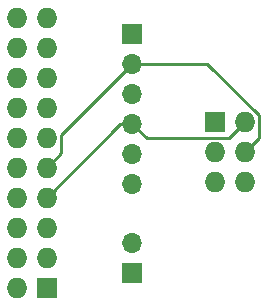
<source format=gbl>
G04 #@! TF.GenerationSoftware,KiCad,Pcbnew,(5.0.1-3-g963ef8bb5)*
G04 #@! TF.CreationDate,2018-11-27T15:22:05+00:00*
G04 #@! TF.ProjectId,jlink-swd-adapter,6A6C696E6B2D7377642D616461707465,rev?*
G04 #@! TF.SameCoordinates,Original*
G04 #@! TF.FileFunction,Copper,L2,Bot,Signal*
G04 #@! TF.FilePolarity,Positive*
%FSLAX46Y46*%
G04 Gerber Fmt 4.6, Leading zero omitted, Abs format (unit mm)*
G04 Created by KiCad (PCBNEW (5.0.1-3-g963ef8bb5)) date Tuesday, 27 November 2018 at 15:22:05*
%MOMM*%
%LPD*%
G01*
G04 APERTURE LIST*
G04 #@! TA.AperFunction,ComponentPad*
%ADD10R,1.700000X1.700000*%
G04 #@! TD*
G04 #@! TA.AperFunction,ComponentPad*
%ADD11O,1.700000X1.700000*%
G04 #@! TD*
G04 #@! TA.AperFunction,ComponentPad*
%ADD12R,1.727200X1.727200*%
G04 #@! TD*
G04 #@! TA.AperFunction,ComponentPad*
%ADD13O,1.727200X1.727200*%
G04 #@! TD*
G04 #@! TA.AperFunction,Conductor*
%ADD14C,0.250000*%
G04 #@! TD*
G04 APERTURE END LIST*
D10*
G04 #@! TO.P,J2,1*
G04 #@! TO.N,VCC*
X110750000Y-97500000D03*
D11*
G04 #@! TO.P,J2,2*
G04 #@! TO.N,GND*
X110750000Y-94960000D03*
G04 #@! TD*
D10*
G04 #@! TO.P,J4,1*
G04 #@! TO.N,VTREF*
X110750000Y-77250000D03*
D11*
G04 #@! TO.P,J4,2*
G04 #@! TO.N,SWCLK*
X110750000Y-79790000D03*
G04 #@! TO.P,J4,3*
G04 #@! TO.N,GND*
X110750000Y-82330000D03*
G04 #@! TO.P,J4,4*
G04 #@! TO.N,SWDIO*
X110750000Y-84870000D03*
G04 #@! TO.P,J4,5*
G04 #@! TO.N,~RESET*
X110750000Y-87410000D03*
G04 #@! TO.P,J4,6*
G04 #@! TO.N,SWO*
X110750000Y-89950000D03*
G04 #@! TD*
D12*
G04 #@! TO.P,J1,1*
G04 #@! TO.N,VTREF*
X103500000Y-98750000D03*
D13*
G04 #@! TO.P,J1,2*
G04 #@! TO.N,VCC*
X100960000Y-98750000D03*
G04 #@! TO.P,J1,3*
G04 #@! TO.N,Net-(J1-Pad3)*
X103500000Y-96210000D03*
G04 #@! TO.P,J1,4*
G04 #@! TO.N,GND*
X100960000Y-96210000D03*
G04 #@! TO.P,J1,5*
G04 #@! TO.N,Net-(J1-Pad5)*
X103500000Y-93670000D03*
G04 #@! TO.P,J1,6*
G04 #@! TO.N,GND*
X100960000Y-93670000D03*
G04 #@! TO.P,J1,7*
G04 #@! TO.N,SWDIO*
X103500000Y-91130000D03*
G04 #@! TO.P,J1,8*
G04 #@! TO.N,GND*
X100960000Y-91130000D03*
G04 #@! TO.P,J1,9*
G04 #@! TO.N,SWCLK*
X103500000Y-88590000D03*
G04 #@! TO.P,J1,10*
G04 #@! TO.N,GND*
X100960000Y-88590000D03*
G04 #@! TO.P,J1,11*
G04 #@! TO.N,Net-(J1-Pad11)*
X103500000Y-86050000D03*
G04 #@! TO.P,J1,12*
G04 #@! TO.N,GND*
X100960000Y-86050000D03*
G04 #@! TO.P,J1,13*
G04 #@! TO.N,SWO*
X103500000Y-83510000D03*
G04 #@! TO.P,J1,14*
G04 #@! TO.N,GND*
X100960000Y-83510000D03*
G04 #@! TO.P,J1,15*
G04 #@! TO.N,~RESET*
X103500000Y-80970000D03*
G04 #@! TO.P,J1,16*
G04 #@! TO.N,GND*
X100960000Y-80970000D03*
G04 #@! TO.P,J1,17*
G04 #@! TO.N,Net-(J1-Pad17)*
X103500000Y-78430000D03*
G04 #@! TO.P,J1,18*
G04 #@! TO.N,GND*
X100960000Y-78430000D03*
G04 #@! TO.P,J1,19*
G04 #@! TO.N,Net-(J1-Pad19)*
X103500000Y-75890000D03*
G04 #@! TO.P,J1,20*
G04 #@! TO.N,GND*
X100960000Y-75890000D03*
G04 #@! TD*
D12*
G04 #@! TO.P,J3,1*
G04 #@! TO.N,VTREF*
X117750000Y-84750000D03*
D13*
G04 #@! TO.P,J3,2*
G04 #@! TO.N,SWDIO*
X120290000Y-84750000D03*
G04 #@! TO.P,J3,3*
G04 #@! TO.N,~RESET*
X117750000Y-87290000D03*
G04 #@! TO.P,J3,4*
G04 #@! TO.N,SWCLK*
X120290000Y-87290000D03*
G04 #@! TO.P,J3,5*
G04 #@! TO.N,GND*
X117750000Y-89830000D03*
G04 #@! TO.P,J3,6*
G04 #@! TO.N,SWO*
X120290000Y-89830000D03*
G04 #@! TD*
D14*
G04 #@! TO.N,SWDIO*
X109760000Y-84870000D02*
X110750000Y-84870000D01*
X103500000Y-91130000D02*
X109760000Y-84870000D01*
X111981399Y-86101399D02*
X118938601Y-86101399D01*
X119426401Y-85613599D02*
X120290000Y-84750000D01*
X118938601Y-86101399D02*
X119426401Y-85613599D01*
X110750000Y-84870000D02*
X111981399Y-86101399D01*
G04 #@! TO.N,SWCLK*
X109900001Y-80639999D02*
X110750000Y-79790000D01*
X104688601Y-85851399D02*
X109900001Y-80639999D01*
X104688601Y-87401399D02*
X104688601Y-85851399D01*
X103500000Y-88590000D02*
X104688601Y-87401399D01*
X121153599Y-86426401D02*
X120290000Y-87290000D01*
X117089130Y-79790000D02*
X121478601Y-84179471D01*
X121478601Y-86101399D02*
X121153599Y-86426401D01*
X121478601Y-84179471D02*
X121478601Y-86101399D01*
X110750000Y-79790000D02*
X117089130Y-79790000D01*
G04 #@! TD*
M02*

</source>
